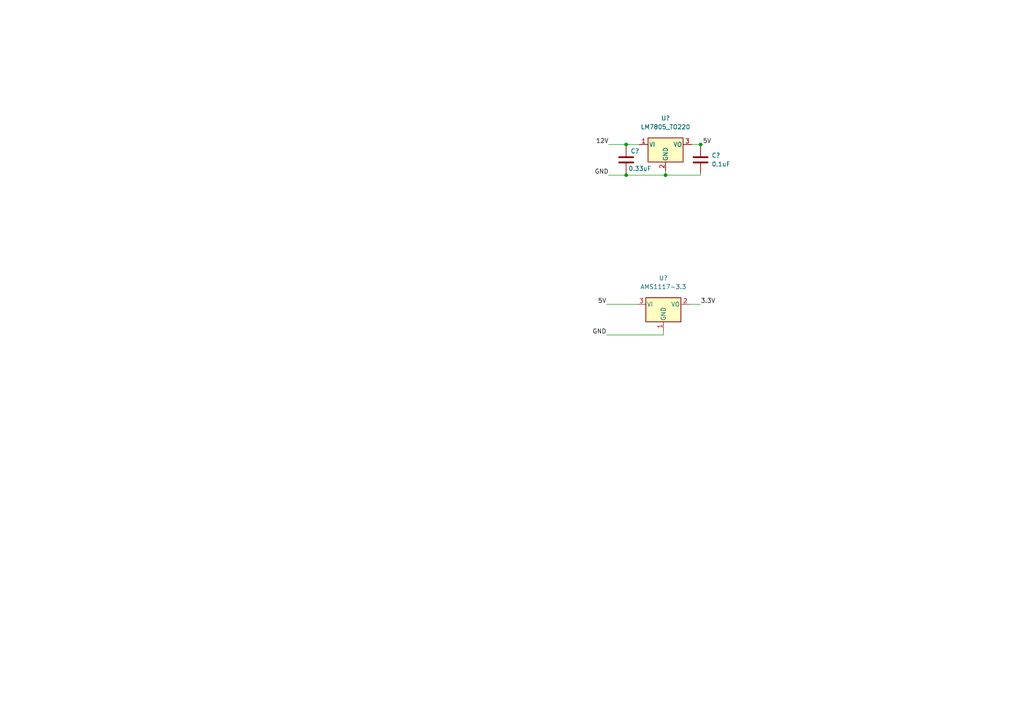
<source format=kicad_sch>
(kicad_sch (version 20211123) (generator eeschema)
  (paper "A4")
  (lib_symbols
    (symbol "Device:C" (pin_numbers hide) (pin_names (offset 0.254))
      (property "Reference" "C" (at 0.635 2.54 0))
      (property "Value" "C" (at 0.635 -2.54 0))
      (symbol "C_0_1"
        (polyline (pts (xy -2.032 -0.762) (xy 2.032 -0.762)) (stroke (width 0.508)))
        (polyline (pts (xy -2.032 0.762) (xy 2.032 0.762)) (stroke (width 0.508)))
      )
      (symbol "C_1_1"
        (pin passive line (at 0 3.81 270) (length 2.794) (name "~") (number "1"))
        (pin passive line (at 0 -3.81 90) (length 2.794) (name "~") (number "2"))
      )
    )
    (symbol "Regulator_Linear:AMS1117-3.3" (pin_names (offset 0.254))
      (property "Reference" "U" (at -3.81 3.175 0))
      (property "Value" "AMS1117-3.3" (at 0 3.175 0))
      (symbol "AMS1117-3.3_0_1"
        (rectangle (start -5.08 -5.08) (end 5.08 1.905) (stroke (width 0.254)) (fill (type background)))
      )
      (symbol "AMS1117-3.3_1_1"
        (pin power_in line (at 0 -7.62 90) (length 2.54) (name "GND") (number "1"))
        (pin power_out line (at 7.62 0 180) (length 2.54) (name "VO") (number "2"))
        (pin power_in line (at -7.62 0 0) (length 2.54) (name "VI") (number "3"))
      )
    )
    (symbol "Regulator_Linear:LM7805_TO220" (pin_names (offset 0.254))
      (property "Reference" "U" (at -3.81 3.175 0))
      (property "Value" "LM7805_TO220" (at 0 3.175 0))
      (symbol "LM7805_TO220_0_1"
        (rectangle (start -5.08 1.905) (end 5.08 -5.08) (stroke (width 0.254)) (fill (type background)))
      )
      (symbol "LM7805_TO220_1_1"
        (pin power_in line (at -7.62 0 0) (length 2.54) (name "VI") (number "1"))
        (pin power_in line (at 0 -7.62 90) (length 2.54) (name "GND") (number "2"))
        (pin power_out line (at 7.62 0 180) (length 2.54) (name "VO") (number "3"))
      )
    )
  )
  (junction (at 181.61 50.8))
  (junction (at 193.04 50.8))
  (junction (at 181.61 41.91))
  (junction (at 203.2 41.91))
  (wire (pts (xy 203.2 41.91) (xy 203.835 41.91)))
  (wire (pts (xy 192.405 97.155) (xy 192.405 95.885)))
  (wire (pts (xy 203.2 41.91) (xy 203.2 42.545)))
  (wire (pts (xy 181.61 41.91) (xy 185.42 41.91)))
  (wire (pts (xy 181.61 41.91) (xy 181.61 42.545)))
  (wire (pts (xy 175.895 88.265) (xy 184.785 88.265)))
  (wire (pts (xy 193.04 49.53) (xy 193.04 50.8)))
  (wire (pts (xy 200.025 88.265) (xy 203.2 88.265)))
  (wire (pts (xy 175.895 97.155) (xy 192.405 97.155)))
  (wire (pts (xy 176.53 41.91) (xy 181.61 41.91)))
  (wire (pts (xy 193.04 50.8) (xy 181.61 50.8)))
  (wire (pts (xy 203.2 50.165) (xy 203.2 50.8)))
  (wire (pts (xy 181.61 50.8) (xy 176.53 50.8)))
  (wire (pts (xy 181.61 50.165) (xy 181.61 50.8)))
  (wire (pts (xy 193.04 50.8) (xy 203.2 50.8)))
  (wire (pts (xy 200.66 41.91) (xy 203.2 41.91)))
  (text "Power loss in 7805\nWe have already discussed above that this type of voltage regulators are known as linear voltage regulator. They drop voltage and losses them in the form of heat.\n\nSuppose we provide 12v 0.5A input to 7805 IC that has an output of 5v 0.5A.\n\nSo the voltage drop made by IC will be 7v.\n\nWe know,\n\nPower (P) = Voltage ( V ) x Current ( I )\n\nPower loss = 7 x 0.5 = 3.5 W\n\nInput power = 12 x 0.5 = 6 W\n\nPower output = 5 x 0.5 = 2.5 W\n\nThe 3.5 W power loss heats up the IC.\n\nOn an average there is 20° C rise in temperature per watt.\n\n3.5 W can raise upto 3.5 x 20 = 70° C\n\nIf we take 27° C as normal temperature of IC then the IC can heat upto 27° + 70° C = 97° C. According to manufacturers the IC can tolerate upto 125° C. 97° C is still too high.\n\nIn this case we must use a good aluminium heatsink that needs to be attached properly to the back side if IC that gets heated. There is a hole on top of IC where you can pass a bolt through it into heatsink and attach them using nut.\n" (at 300.355 142.875 0) (effects (font (size 3 3)) (justify left bottom)))
  (label "5V" (at 203.835 41.91 0))
  (label "GND" (at 176.53 50.8 180))
  (label "3.3V" (at 203.2 88.265 0))
  (label "GND" (at 175.895 97.155 180))
  (label "12V" (at 176.53 41.91 180))
  (label "5V" (at 175.895 88.265 180))
  (symbol (lib_id "Device:C") (at 203.2 46.355 0) (unit 1)
    (property "Reference" "C?" (at 206.375 45.0849 0) (effects (justify left)))
    (property "Value" "0.1uF" (at 206.375 47.6249 0) (effects (justify left)))
  )
  (symbol (lib_id "Regulator_Linear:AMS1117-3.3") (at 192.405 88.265 0) (unit 1)
    (property "Reference" "U?" (at 192.405 80.645 0))
    (property "Value" "AMS1117-3.3" (at 192.405 83.185 0))
    (property "Footprint" "Package_TO_SOT_SMD:SOT-223-3_TabPin2" (effects hide))
    (property "Datasheet" "http://www.advanced-monolithic.com/pdf/ds1117.pdf" (effects hide))
  )
  (symbol (lib_id "Device:C") (at 181.61 46.355 0) (unit 1)
    (property "Reference" "C?" (at 182.88 43.8149 0) (effects (justify left)))
    (property "Value" "0.33uF" (at 182.245 48.8949 0) (effects (justify left)))
  )
  (symbol (lib_id "Regulator_Linear:LM7805_TO220") (at 193.04 41.91 0) (unit 1)
    (property "Reference" "U?" (at 193.04 34.29 0))
    (property "Value" "LM7805_TO220" (at 193.04 36.83 0))
    (property "Footprint" "Package_TO_SOT_THT:TO-220-3_Vertical" (effects hide))
    (property "Datasheet" "https://www.onsemi.cn/PowerSolutions/document/MC7800-D.PDF" (effects hide))
  )
)
</source>
